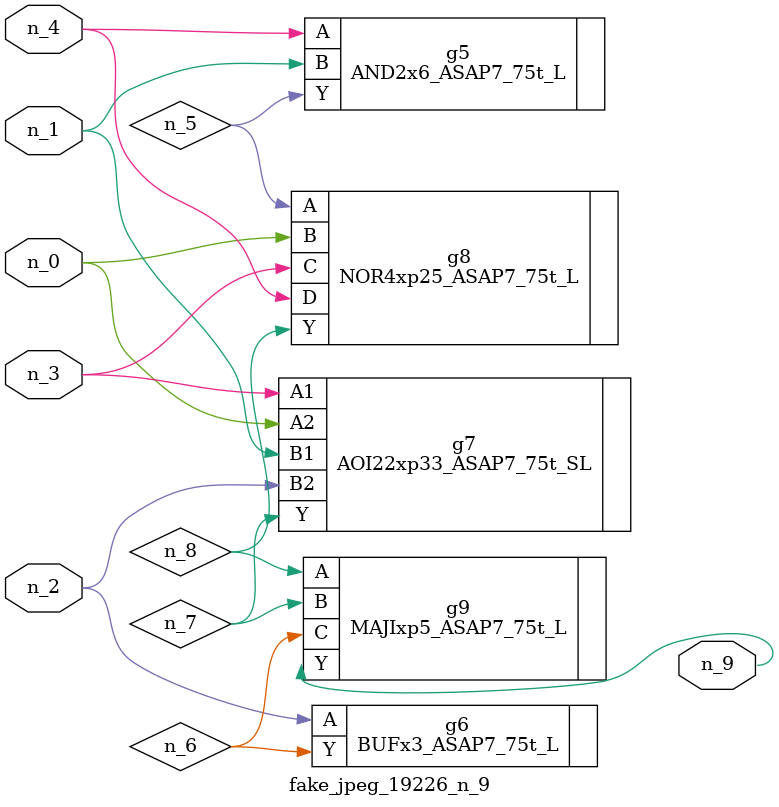
<source format=v>
module fake_jpeg_19226_n_9 (n_3, n_2, n_1, n_0, n_4, n_9);

input n_3;
input n_2;
input n_1;
input n_0;
input n_4;

output n_9;

wire n_8;
wire n_6;
wire n_5;
wire n_7;

AND2x6_ASAP7_75t_L g5 ( 
.A(n_4),
.B(n_1),
.Y(n_5)
);

BUFx3_ASAP7_75t_L g6 ( 
.A(n_2),
.Y(n_6)
);

AOI22xp33_ASAP7_75t_SL g7 ( 
.A1(n_3),
.A2(n_0),
.B1(n_1),
.B2(n_2),
.Y(n_7)
);

NOR4xp25_ASAP7_75t_L g8 ( 
.A(n_5),
.B(n_0),
.C(n_3),
.D(n_4),
.Y(n_8)
);

MAJIxp5_ASAP7_75t_L g9 ( 
.A(n_8),
.B(n_7),
.C(n_6),
.Y(n_9)
);


endmodule
</source>
